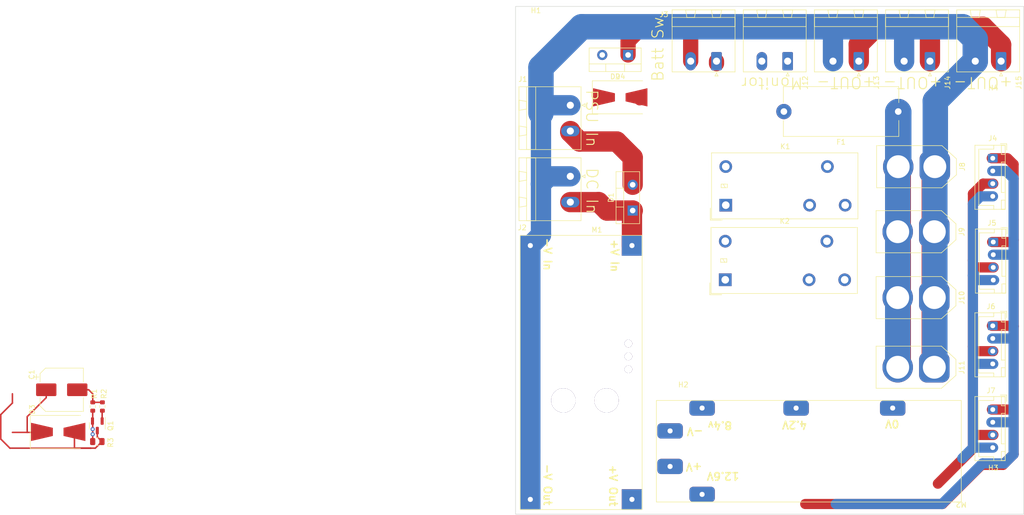
<source format=kicad_pcb>
(kicad_pcb (version 20211014) (generator pcbnew)
  (layers (0 "F.Cu" signal) (31 "B.Cu" signal) (34 "B.Paste" user) (35 "F.Paste" user) (36 "B.SilkS" user "B.Silkscreen") (37 "F.SilkS" user "F.Silkscreen") (38 "B.Mask" user) (39 "F.Mask" user) (44 "Edge.Cuts" user))
  (net 0 "")
  (net 1 "Net-(C1-Pad1)")
  (net 2 "Net-(C1-Pad2)")
  (net 3 "Net-(D1-Pad1)")
  (net 4 "Net-(D1-Pad2)")
  (net 5 "Net-(D2-Pad1)")
  (net 6 "Net-(D2-Pad2)")
  (net 7 "Net-(D3-Pad2)")
  (net 8 "GND")
  (net 9 "Net-(F1-Pad1)")
  (net 10 "Net-(F1-Pad2)")
  (net 11 "Net-(J4-Pad1)")
  (net 12 "Net-(J4-Pad2)")
  (net 13 "Net-(J4-Pad3)")
  (net 14 "Net-(J4-Pad4)")
  (net 15 "Net-(Q1-Pad1)")
  (net 16 "Net-(J15-Pad1)")
  (net 17 "Net-(J12-Pad2)")
  (net 18 "Net-(K1-Pad2)")
  (footprint "Connector_Phoenix_MSTB:PhoenixContact_MSTBA_2,5_2-G-5,08_1x02_P5.08mm_Horizontal" (layer "F.Cu") (at 69.7775 92.46 -90)
    (fp_text reference "J2" (at 10.109858 9.477134 180) (layer "F.SilkS"))
    (fp_text value "Conn_01x02")
    (pad "1" thru_hole roundrect (at 0 0 270) (size 2.08 3.6) (drill 1.4) (layers *.Cu *.Mask) (roundrect_rratio 0.120192) (net 8 "GND"))
    (pad "2" thru_hole oval (at 5.08 0 270) (size 2.08 3.6) (drill 1.4) (layers *.Cu *.Mask) (net 3 "Net-(D1-Pad1)"))
  )
  (footprint "Connector_AMASS:AMASS_XT60-M_1x02_P7.20mm_Vertical" (layer "F.Cu") (at 141.5 90.56002 180)
    (fp_text reference "J8" (at -5.4 0 90) (layer "F.SilkS"))
    (fp_text value "Conn_01x02" hide)
    (pad "1" thru_hole roundrect (at 0 0 180) (size 6 6) (drill 4.5) (layers *.Cu *.Mask) (net 8 "GND"))
    (pad "2" thru_hole circle (at 7.2 0 180) (size 6 6) (drill 4.5) (layers *.Cu *.Mask) (net 9 "Net-(F1-Pad1)"))
  )
  (footprint "MountingHole:MountingHole_3.2mm_M3" (layer "F.Cu") (at 63 64)
    (fp_text reference "H1" (at 0 -4.2) (layer "F.SilkS"))
    (fp_text value "MountingHole")
    (pad "" np_thru_hole circle (at 0 0) (size 3.2 3.2) (drill 3.2) (layers *.Cu *.Mask))
  )
  (footprint "BatteryBox:PSU_Module" (layer "F.Cu") (at 83.905 104.095 -90)
    (fp_text reference "M1" (at -1.095 8.905 unlocked) (layer "F.SilkS"))
    (fp_text value "Regulator_Module")
    (fp_text user "-V Out" (at 49.1 18.6 -90 unlocked) (layer "F.SilkS") (effects (font (size 1.5 1.5) (thickness 0.3))))
    (fp_text user "+V In" (at 4 5.4 -90 unlocked) (layer "F.SilkS") (effects (font (size 1.5 1.5) (thickness 0.3))))
    (fp_text user "-V In" (at 3.7 18.6 -90 unlocked) (layer "F.SilkS") (effects (font (size 1.5 1.5) (thickness 0.3))))
    (fp_text user "+V Out" (at 49.3 5.7 -90 unlocked) (layer "F.SilkS") (effects (font (size 1.5 1.5) (thickness 0.3))))
    (pad "1" thru_hole rect (at 2 2 270) (size 4 4) (drill 1) (layers *.Cu *.Mask) (net 3 "Net-(D1-Pad1)"))
    (pad "2" thru_hole rect (at 2 22 270) (size 4 4) (drill 1) (layers *.Cu *.Mask) (net 8 "GND"))
    (pad "3" thru_hole rect (at 52 2 270) (size 4 4) (drill 1) (layers *.Cu *.Mask) (net 6 "Net-(D2-Pad2)"))
    (pad "4" thru_hole rect (at 52 22 270) (size 4 4) (drill 1) (layers *.Cu *.Mask) (net 8 "GND"))
    (pad "5" thru_hole circle (at 21.3 2.7 270) (size 1.5 1.5) (drill 2) (layers *.Cu *.Mask))
    (pad "6" thru_hole circle (at 23.84 2.7 270) (size 1.5 1.5) (drill 2) (layers *.Cu *.Mask))
    (pad "7" thru_hole circle (at 26.38 2.7 270) (size 1.5 1.5) (drill 2) (layers *.Cu *.Mask))
    (pad "8" thru_hole circle (at 32.5 7 270) (size 4.8 4.8) (drill 5) (layers *.Cu *.Mask))
    (pad "9" thru_hole circle (at 32.5 15.5 270) (size 4.8 4.8) (drill 5) (layers *.Cu *.Mask))
  )
  (footprint "Connector_AMASS:AMASS_XT60-M_1x02_P7.20mm_Vertical" (layer "F.Cu") (at 141.4 116.347219 180)
    (fp_text reference "J10" (at -5.4 -0.025 90) (layer "F.SilkS"))
    (fp_text value "Conn_01x02" hide)
    (pad "1" thru_hole roundrect (at 0 0 180) (size 6 6) (drill 4.5) (layers *.Cu *.Mask) (net 8 "GND"))
    (pad "2" thru_hole circle (at 7.2 0 180) (size 6 6) (drill 4.5) (layers *.Cu *.Mask) (net 9 "Net-(F1-Pad1)"))
  )
  (footprint "MountingHole:MountingHole_3.2mm_M3" (layer "F.Cu") (at 153 79.239942)
    (fp_text reference "H4" (at 0 -4.2) (layer "F.SilkS"))
    (fp_text value "MountingHole")
    (pad "" np_thru_hole circle (at 0 0) (size 3.2 3.2) (drill 3.2) (layers *.Cu *.Mask))
  )
  (footprint "Connector_Phoenix_MSTB:PhoenixContact_MSTBA_2,5_2-G-5,08_1x02_P5.08mm_Horizontal" (layer "F.Cu") (at 126.54 69.7775 180)
    (fp_text reference "J13" (at -3.46 -4.2225 90) (layer "F.SilkS"))
    (fp_text value "Conn_01x02")
    (pad "1" thru_hole roundrect (at 0 0 180) (size 2.08 3.6) (drill 1.4) (layers *.Cu *.Mask) (roundrect_rratio 0.120192) (net 16 "Net-(J15-Pad1)"))
    (pad "2" thru_hole oval (at 5.08 0 180) (size 2.08 3.6) (drill 1.4) (layers *.Cu *.Mask) (net 8 "GND"))
  )
  (footprint "Capacitor_SMD:CP_Elec_8x6.5" (layer "F.Cu") (at -30.3 134.5)
    (fp_text reference "C1" (at -5.9 -3 90) (layer "F.SilkS"))
    (fp_text value "47uF 35V Electro")
    (pad "1" smd roundrect (at -3.05 0) (size 4 2.5) (layers "F.Cu" "F.Paste" "F.Mask") (roundrect_rratio 0.1) (net 1 "Net-(C1-Pad1)"))
    (pad "2" smd roundrect (at 3.05 0) (size 4 2.5) (layers "F.Cu" "F.Paste" "F.Mask") (roundrect_rratio 0.1) (net 2 "Net-(C1-Pad2)"))
  )
  (footprint "Resistor_SMD:R_0805_2012Metric" (layer "F.Cu") (at -23.3 144.7 180)
    (fp_text reference "R3" (at -2.6125 -0.2 90) (layer "F.SilkS"))
    (fp_text value "150R 0.25W" hide)
    (pad "1" smd roundrect (at -0.9125 0 180) (size 1.025 1.4) (layers "F.Cu" "F.Paste" "F.Mask") (roundrect_rratio 0.243902) (net 7 "Net-(D3-Pad2)"))
    (pad "2" smd roundrect (at 0.9125 0 180) (size 1.025 1.4) (layers "F.Cu" "F.Paste" "F.Mask") (roundrect_rratio 0.243902) (net 8 "GND"))
  )
  (footprint "BatteryBox:BMS_Module" (layer "F.Cu") (at 146.705 156.605 180)
    (fp_text reference "M2" (at 0 -0.5 180 unlocked) (layer "F.SilkS"))
    (fp_text value "BMS_Module")
    (fp_text user "0V" (at 13.6 15.4 180 unlocked) (layer "F.SilkS") (effects (font (size 1.5 1.5) (thickness 0.3))))
    (fp_text user "-V" (at 52.4 13.9 180 unlocked) (layer "F.SilkS") (effects (font (size 1.5 1.5) (thickness 0.3))))
    (fp_text user "12.6V" (at 46.9 5.1 180 unlocked) (layer "F.SilkS") (effects (font (size 1.5 1.5) (thickness 0.3))))
    (fp_text user "+V" (at 52.6 6.9 180 unlocked) (layer "F.SilkS") (effects (font (size 1.5 1.5) (thickness 0.3))))
    (fp_text user "4.2V" (at 32.8 15.2 180 unlocked) (layer "F.SilkS") (effects (font (size 1.5 1.5) (thickness 0.3))))
    (fp_text user "8.4v" (at 47.5 15.1 180 unlocked) (layer "F.SilkS") (effects (font (size 1.5 1.5) (thickness 0.3))))
    (pad "1" thru_hole roundrect (at 57.3 7 180) (size 5 3) (drill 1) (layers *.Cu *.Mask) (net 5 "Net-(D2-Pad1)"))
    (pad "2" thru_hole roundrect (at 57.3 14 180) (size 5 3) (drill 1) (layers *.Cu *.Mask) (net 8 "GND"))
    (pad "3" thru_hole roundrect (at 13.5 18.5) (size 5 3) (drill 1) (layers *.Cu *.Mask) (net 14 "Net-(J4-Pad4)"))
    (pad "4" thru_hole roundrect (at 32.5 18.5) (size 5 3) (drill 1) (layers *.Cu *.Mask) (net 13 "Net-(J4-Pad3)"))
    (pad "5" thru_hole roundrect (at 51 18.5) (size 5 3) (drill 1) (layers *.Cu *.Mask) (net 12 "Net-(J4-Pad2)"))
    (pad "6" thru_hole roundrect (at 51 1.5) (size 5 3) (drill 1) (layers *.Cu *.Mask) (net 11 "Net-(J4-Pad1)"))
  )
  (footprint "Diode_SMD:D_SMB-SMC_Universal_Handsoldering" (layer "F.Cu") (at 79.6 76.9)
    (fp_text reference "D4" (at 0 -4.1) (layer "F.SilkS"))
    (fp_text value "D_Schottky")
    (pad "1" smd trapezoid (at -3.2 0) (size 4.3 2.6) (rect_delta 1 0) (layers "F.Cu" "F.Paste" "F.Mask") (net 6 "Net-(D2-Pad2)"))
    (pad "2" smd trapezoid (at 3.2 0 180) (size 4.3 2.6) (rect_delta 1 0) (layers "F.Cu" "F.Paste" "F.Mask") (net 8 "GND"))
  )
  (footprint "Connector_AMASS:AMASS_XT60-M_1x02_P7.20mm_Vertical" (layer "F.Cu") (at 141.4 103.367095 180)
    (fp_text reference "J9" (at -5.4 -0.025 90) (layer "F.SilkS"))
    (fp_text value "Conn_01x02" hide)
    (pad "1" thru_hole roundrect (at 0 0 180) (size 6 6) (drill 4.5) (layers *.Cu *.Mask) (net 8 "GND"))
    (pad "2" thru_hole circle (at 7.2 0 180) (size 6 6) (drill 4.5) (layers *.Cu *.Mask) (net 9 "Net-(F1-Pad1)"))
  )
  (footprint "Resistor_SMD:R_0603_1608Metric" (layer "F.Cu") (at -22.3 137.8 -90)
    (fp_text reference "R2" (at -2.5 -0.3 90) (layer "F.SilkS"))
    (fp_text value "1K" hide)
    (pad "1" smd roundrect (at -0.825 0 270) (size 0.8 0.95) (layers "F.Cu" "F.Paste" "F.Mask") (net 2 "Net-(C1-Pad2)"))
    (pad "2" smd roundrect (at 0.825 0 270) (size 0.8 0.95) (layers "F.Cu" "F.Paste" "F.Mask") (net 15 "Net-(Q1-Pad1)"))
  )
  (footprint "Connector_AMASS:AMASS_XT60-M_1x02_P7.20mm_Vertical" (layer "F.Cu") (at 141.4 130.067095 180)
    (fp_text reference "J11" (at -5.4 -0.025 90) (layer "F.SilkS"))
    (fp_text value "Conn_01x02" hide)
    (pad "1" thru_hole roundrect (at 0 0 180) (size 6 6) (drill 4.5) (layers *.Cu *.Mask) (net 8 "GND"))
    (pad "2" thru_hole circle (at 7.2 0 180) (size 6 6) (drill 4.5) (layers *.Cu *.Mask) (net 9 "Net-(F1-Pad1)"))
  )
  (footprint "Fuse:Fuseholder_Cylinder-5x20mm_Schurter_0031_8201_Horizontal_Open" (layer "F.Cu") (at 134.3 79.7 180)
    (fp_text reference "F1" (at 11.25 -6) (layer "F.SilkS"))
    (fp_text value "10A")
    (pad "" np_thru_hole circle (at 11.25 0 180) (size 2.7 2.7) (drill 2.7) (layers *.Cu *.Mask))
    (pad "1" thru_hole circle (at 0 0 180) (size 3 3) (drill 1.3) (layers *.Cu *.Mask) (net 9 "Net-(F1-Pad1)"))
    (pad "2" thru_hole circle (at 22.5 0 180) (size 3 3) (drill 1.3) (layers *.Cu *.Mask) (net 10 "Net-(F1-Pad2)"))
  )
  (footprint "Diode_SMD:D_SMB-SMC_Universal_Handsoldering" (layer "F.Cu") (at -31 142.8)
    (fp_text reference "D3" (at -5.1 -4.4 90) (layer "F.SilkS"))
    (fp_text value "D_Schottky")
    (pad "1" smd trapezoid (at -3.2 0) (size 4.3 2.6) (rect_delta 1 0) (layers "F.Cu" "F.Paste" "F.Mask") (net 1 "Net-(C1-Pad1)"))
    (pad "2" smd trapezoid (at 3.2 0 180) (size 4.3 2.6) (rect_delta 1 0) (layers "F.Cu" "F.Paste" "F.Mask") (net 7 "Net-(D3-Pad2)"))
  )
  (footprint "Package_TO_SOT_SMD:SOT-23" (layer "F.Cu") (at -23.3 141.6 -90)
    (fp_text reference "Q1" (at 0 -2.6 90) (layer "F.SilkS"))
    (fp_text value "BC817" hide)
    (pad "1" smd roundrect (at -0.9375 -0.95 270) (size 1.475 0.6) (layers "F.Cu" "F.Paste" "F.Mask") (net 15 "Net-(Q1-Pad1)"))
    (pad "2" smd roundrect (at -0.9375 0.95 270) (size 1.475 0.6) (layers "F.Cu" "F.Paste" "F.Mask") (net 8 "GND"))
    (pad "3" smd roundrect (at 0.9375 0 270) (size 1.475 0.6) (layers "F.Cu" "F.Paste" "F.Mask") (net 7 "Net-(D3-Pad2)"))
  )
  (footprint "Connector_JST:JST_XH_B4B-XH-A_1x04_P2.50mm_Vertical" (layer "F.Cu") (at 152.9 138.4 -90)
    (fp_text reference "J7" (at -3.734069 0.353696 180) (layer "F.SilkS"))
    (fp_text value "Conn_01x04" hide)
    (pad "1" thru_hole roundrect (at 0 0 270) (size 1.7 1.95) (drill 0.95) (layers *.Cu *.Mask) (roundrect_rratio 0.147059) (net 11 "Net-(J4-Pad1)"))
    (pad "2" thru_hole oval (at 2.5 0 270) (size 1.7 1.95) (drill 0.95) (layers *.Cu *.Mask) (net 12 "Net-(J4-Pad2)"))
    (pad "3" thru_hole oval (at 5 0 270) (size 1.7 1.95) (drill 0.95) (layers *.Cu *.Mask) (net 13 "Net-(J4-Pad3)"))
    (pad "4" thru_hole oval (at 7.5 0 270) (size 1.7 1.95) (drill 0.95) (layers *.Cu *.Mask) (net 14 "Net-(J4-Pad4)"))
  )
  (footprint "Connector_Phoenix_MSTB:PhoenixContact_MSTBA_2,5_2-G-5,08_1x02_P5.08mm_Horizontal" (layer "F.Cu") (at 154.54 69.7775 180)
    (fp_text reference "J15" (at -3.46 -4.2225 90) (layer "F.SilkS"))
    (fp_text value "Conn_01x02")
    (pad "1" thru_hole roundrect (at 0 0 180) (size 2.08 3.6) (drill 1.4) (layers *.Cu *.Mask) (roundrect_rratio 0.120192) (net 16 "Net-(J15-Pad1)"))
    (pad "2" thru_hole oval (at 5.08 0 180) (size 2.08 3.6) (drill 1.4) (layers *.Cu *.Mask) (net 8 "GND"))
  )
  (footprint "Connector_Phoenix_MSTB:PhoenixContact_MSTBA_2,5_2-G-5,08_1x02_P5.08mm_Horizontal" (layer "F.Cu") (at 112.54 69.7775 180)
    (fp_text reference "J12" (at -3.46 -4.2225 90) (layer "F.SilkS"))
    (fp_text value "Conn_01x02")
    (pad "1" thru_hole roundrect (at 0 0 180) (size 2.08 3.6) (drill 1.4) (layers *.Cu *.Mask) (roundrect_rratio 0.120192) (net 10 "Net-(F1-Pad2)"))
    (pad "2" thru_hole oval (at 5.08 0 180) (size 2.08 3.6) (drill 1.4) (layers *.Cu *.Mask) (net 17 "Net-(J12-Pad2)"))
  )
  (footprint "MountingHole:MountingHole_3.2mm_M3" (layer "F.Cu") (at 88.5 129.9)
    (fp_text reference "H2" (at 3.5 3.6) (layer "F.SilkS"))
    (fp_text value "MountingHole")
    (pad "" np_thru_hole circle (at 0 0) (size 3.2 3.2) (drill 3.2) (layers *.Cu *.Mask))
  )
  (footprint "Connector_JST:JST_XH_B4B-XH-A_1x04_P2.50mm_Vertical" (layer "F.Cu") (at 153 105.4 -90)
    (fp_text reference "J5" (at -3.741076 0.26214 180) (layer "F.SilkS"))
    (fp_text value "Conn_01x04" hide)
    (pad "1" thru_hole roundrect (at 0 0 270) (size 1.7 1.95) (drill 0.95) (layers *.Cu *.Mask) (roundrect_rratio 0.147059) (net 11 "Net-(J4-Pad1)"))
    (pad "2" thru_hole oval (at 2.5 0 270) (size 1.7 1.95) (drill 0.95) (layers *.Cu *.Mask) (net 12 "Net-(J4-Pad2)"))
    (pad "3" thru_hole oval (at 5 0 270) (size 1.7 1.95) (drill 0.95) (layers *.Cu *.Mask) (net 13 "Net-(J4-Pad3)"))
    (pad "4" thru_hole oval (at 7.5 0 270) (size 1.7 1.95) (drill 0.95) (layers *.Cu *.Mask) (net 14 "Net-(J4-Pad4)"))
  )
  (footprint "Connector_Phoenix_MSTB:PhoenixContact_MSTBA_2,5_2-G-5,08_1x02_P5.08mm_Horizontal" (layer "F.Cu") (at 69.7775 78.46 -90)
    (fp_text reference "J1" (at -5.136377 9.346254) (layer "F.SilkS"))
    (fp_text value "Conn_01x02")
    (pad "1" thru_hole roundrect (at 0 0 270) (size 2.08 3.6) (drill 1.4) (layers *.Cu *.Mask) (roundrect_rratio 0.120192) (net 8 "GND"))
    (pad "2" thru_hole oval (at 5.08 0 270) (size 2.08 3.6) (drill 1.4) (layers *.Cu *.Mask) (net 4 "Net-(D1-Pad2)"))
  )
  (footprint "MountingHole:MountingHole_3.2mm_M3" (layer "F.Cu") (at 153 154.1)
    (fp_text reference "H3" (at 0 -4.2) (layer "F.SilkS"))
    (fp_text value "MountingHole")
    (pad "" np_thru_hole circle (at 0 0) (size 3.2 3.2) (drill 3.2) (layers *.Cu *.Mask))
  )
  (footprint "Relay_THT:Relay_SPDT_Panasonic_JW1_FormC" (layer "F.Cu") (at 100.3625 98.1375)
    (fp_text reference "K1" (at 11.7 -11.55) (layer "F.SilkS"))
    (fp_text value "SANYOU_SRD_Form_C")
    (pad "1" thru_hole rect (at 0 0 90) (size 2.5 2.5) (drill 1.5) (layers *.Cu *.Mask) (net 8 "GND"))
    (pad "2" thru_hole oval (at 16.5 0 90) (size 2.5 2.5) (drill 1.5) (layers *.Cu *.Mask) (net 18 "Net-(K1-Pad2)"))
    (pad "4" thru_hole oval (at 23.5 0 90) (size 2.5 2.5) (drill 1.5) (layers *.Cu *.Mask) (net 6 "Net-(D2-Pad2)"))
    (pad "6" thru_hole oval (at 20 -7.6 90) (size 2.5 2.5) (drill 1.5) (layers *.Cu *.Mask) (net 16 "Net-(J15-Pad1)"))
    (pad "8" thru_hole oval (at 0 -7.6 90) (size 2.5 2.5) (drill 1.5) (layers *.Cu *.Mask) (net 6 "Net-(D2-Pad2)"))
  )
  (footprint "Connector_Phoenix_MSTB:PhoenixContact_MSTBA_2,5_2-G-5,08_1x02_P5.08mm_Horizontal" (layer "F.Cu") (at 140.54 69.7775 180)
    (fp_text reference "J14" (at -3.46 -4.2225 90) (layer "F.SilkS"))
    (fp_text value "Conn_01x02")
    (pad "1" thru_hole roundrect (at 0 0 180) (size 2.08 3.6) (drill 1.4) (layers *.Cu *.Mask) (roundrect_rratio 0.120192) (net 16 "Net-(J15-Pad1)"))
    (pad "2" thru_hole oval (at 5.08 0 180) (size 2.08 3.6) (drill 1.4) (layers *.Cu *.Mask) (net 8 "GND"))
  )
  (footprint "Resistor_SMD:R_0603_1608Metric" (layer "F.Cu") (at -24.2 137.8 90)
    (fp_text reference "R1" (at 2.5 0.3 90) (layer "F.SilkS"))
    (fp_text value "2K2" hide)
    (pad "1" smd roundrect (at -0.825 0 90) (size 0.8 0.95) (layers "F.Cu" "F.Paste" "F.Mask") (net 8 "GND"))
    (pad "2" smd roundrect (at 0.825 0 90) (size 0.8 0.95) (layers "F.Cu" "F.Paste" "F.Mask") (net 2 "Net-(C1-Pad2)"))
  )
  (footprint "Connector_JST:JST_XH_B4B-XH-A_1x04_P2.50mm_Vertical" (layer "F.Cu") (at 152.9 88.9 -90)
    (fp_text reference "J4" (at -3.914589 -0.00072 180) (layer "F.SilkS"))
    (fp_text value "Conn_01x04" hide)
    (pad "1" thru_hole roundrect (at 0 0 270) (size 1.7 1.95) (drill 0.95) (layers *.Cu *.Mask) (roundrect_rratio 0.147059) (net 11 "Net-(J4-Pad1)"))
    (pad "2" thru_hole oval (at 2.5 0 270) (size 1.7 1.95) (drill 0.95) (layers *.Cu *.Mask) (net 12 "Net-(J4-Pad2)"))
    (pad "3" thru_hole oval (at 5 0 270) (size 1.7 1.95) (drill 0.95) (layers *.Cu *.Mask) (net 13 "Net-(J4-Pad3)"))
    (pad "4" thru_hole oval (at 7.5 0 270) (size 1.7 1.95) (drill 0.95) (layers *.Cu *.Mask) (net 14 "Net-(J4-Pad4)"))
  )
  (footprint "Connector_JST:JST_XH_B4B-XH-A_1x04_P2.50mm_Vertical" (layer "F.Cu") (at 152.9 121.9 -90)
    (fp_text reference "J6" (at -3.794242 0.353696 180) (layer "F.SilkS"))
    (fp_text value "Conn_01x04" hide)
    (pad "1" thru_hole roundrect (at 0 0 270) (size 1.7 1.95) (drill 0.95) (layers *.Cu *.Mask) (roundrect_rratio 0.147059) (net 11 "Net-(J4-Pad1)"))
    (pad "2" thru_hole oval (at 2.5 0 270) (size 1.7 1.95) (drill 0.95) (layers *.Cu *.Mask) (net 12 "Net-(J4-Pad2)"))
    (pad "3" thru_hole oval (at 5 0 270) (size 1.7 1.95) (drill 0.95) (layers *.Cu *.Mask) (net 13 "Net-(J4-Pad3)"))
    (pad "4" thru_hole oval (at 7.5 0 270) (size 1.7 1.95) (drill 0.95) (layers *.Cu *.Mask) (net 14 "Net-(J4-Pad4)"))
  )
  (footprint "Package_TO_SOT_THT:TO-220-2_Vertical" (layer "F.Cu") (at 81.14 68.555 180)
    (fp_text reference "D2" (at 2.54 -4.27) (layer "F.SilkS"))
    (fp_text value "D_Schottky")
    (pad "1" thru_hole rect (at 0 0 180) (size 2 2) (drill 1.1) (layers *.Cu *.Mask) (net 5 "Net-(D2-Pad1)"))
    (pad "2" thru_hole oval (at 5.08 0 180) (size 2 2) (drill 1.1) (layers *.Cu *.Mask) (net 6 "Net-(D2-Pad2)"))
  )
  (footprint "Package_TO_SOT_THT:TO-220-2_Vertical" (layer "F.Cu") (at 82.045 99.2 90)
    (fp_text reference "D1" (at 2.54 -4.27 90) (layer "F.SilkS"))
    (fp_text value "D_Schottky")
    (pad "1" thru_hole rect (at 0 0 90) (size 2 2) (drill 1.1) (layers *.Cu *.Mask) (net 3 "Net-(D1-Pad1)"))
    (pad "2" thru_hole oval (at 5.08 0 90) (size 2 2) (drill 1.1) (layers *.Cu *.Mask) (net 4 "Net-(D1-Pad2)"))
  )
  (footprint "Connector_Phoenix_MSTB:PhoenixContact_MSTBA_2,5_2-G-5,08_1x02_P5.08mm_Horizontal" (layer "F.Cu") (at 98.54 69.7775 180)
    (fp_text reference "J3" (at 10.341152 9.205025) (layer "F.SilkS"))
    (fp_text value "Conn_01x02")
    (pad "1" thru_hole roundrect (at 0 0 180) (size 2.08 3.6) (drill 1.4) (layers *.Cu *.Mask) (roundrect_rratio 0.120192) (net 1 "Net-(C1-Pad1)"))
    (pad "2" thru_hole oval (at 5.08 0 180) (size 2.08 3.6) (drill 1.4) (layers *.Cu *.Mask) (net 5 "Net-(D2-Pad1)"))
  )
  (footprint "Relay_THT:Relay_SPDT_Panasonic_JW1_FormC" (layer "F.Cu") (at 100.2625 112.8375)
    (fp_text reference "K2" (at 11.7 -11.55) (layer "F.SilkS"))
    (fp_text value "SANYOU_SRD_Form_C")
    (pad "1" thru_hole rect (at 0 0 90) (size 2.5 2.5) (drill 1.5) (layers *.Cu *.Mask) (net 7 "Net-(D3-Pad2)"))
    (pad "2" thru_hole oval (at 16.5 0 90) (size 2.5 2.5) (drill 1.5) (layers *.Cu *.Mask))
    (pad "4" thru_hole oval (at 23.5 0 90) (size 2.5 2.5) (drill 1.5) (layers *.Cu *.Mask) (net 18 "Net-(K1-Pad2)"))
    (pad "6" thru_hole oval (at 20 -7.6 90) (size 2.5 2.5) (drill 1.5) (layers *.Cu *.Mask) (net 17 "Net-(J12-Pad2)"))
    (pad "8" thru_hole oval (at 0 -7.6 90) (size 2.5 2.5) (drill 1.5) (layers *.Cu *.Mask) (net 1 "Net-(C1-Pad1)"))
  )
  (gr_rect (start 59 59) (end 159 159) (layer "Edge.Cuts") (width 0.1) (fill none))
  (gr_text "DC In" (at 74.039897 95.324566 270) (layer "F.SilkS") (effects (font (size 2.2 2.2) (thickness 0.2))))
  (gr_text "+OUT-" (at 124.05 74 180) (layer "F.SilkS") (effects (font (size 2.2 2.2) (thickness 0.2))))
  (gr_text "PSU In" (at 73.99058 81.037676 270) (layer "F.SilkS") (effects (font (size 2.2 2.2) (thickness 0.2))))
  (gr_text "+OUT-" (at 137.155029 74 180) (layer "F.SilkS") (effects (font (size 2.2 2.2) (thickness 0.2))))
  (gr_text "Batt Sw." (at 87 66.9 90) (layer "F.SilkS") (effects (font (size 2.2 2.2) (thickness 0.2))))
  (gr_text "+OUT-" (at 151 74 180) (layer "F.SilkS") (effects (font (size 2.2 2.2) (thickness 0.2))))
  (gr_text "Monitor" (at 109.45603 74.102447 180) (layer "F.SilkS") (effects (font (size 2.2 2.2) (thickness 0.2))))
  (segment (start -37.097037 142.897037) (end -40.005154 142.897037) (width 0.3) (layer "F.Cu") (net 1))
  (segment (start -34.2 142.8) (end -34.297037 142.897037) (width 0.3) (layer "F.Cu") (net 1))
  (segment (start -37.097037 142.897037) (end -37.097037 139.797037) (width 0.3) (layer "F.Cu") (net 1))
  (segment (start -33.35 136.05) (end -33.35 134.5) (width 0.3) (layer "F.Cu") (net 1))
  (segment (start -37.097037 139.797037) (end -33.35 136.05) (width 0.3) (layer "F.Cu") (net 1))
  (segment (start -34.297037 142.897037) (end -37.097037 142.897037) (width 0.3) (layer "F.Cu") (net 1))
  (segment (start 98.54 69.7775) (end 98.54 70.26) (width 3) (layer "F.Cu") (net 1))
  (segment (start -24.2 136.975) (end -24.2 135.3) (width 0.3) (layer "F.Cu") (net 2))
  (segment (start -24.2 135.3) (end -25 134.5) (width 0.3) (layer "F.Cu") (net 2))
  (segment (start -25 134.5) (end -27.25 134.5) (width 0.3) (layer "F.Cu") (net 2))
  (segment (start -22.3 136.975) (end -24.2 136.975) (width 0.3) (layer "F.Cu") (net 2))
  (segment (start 69.7775 97.54) (end 75.34 97.54) (width 4) (layer "F.Cu") (net 3))
  (segment (start 75.34 97.54) (end 77 99.2) (width 4) (layer "F.Cu") (net 3))
  (segment (start 81.905 99.34) (end 81.905 106.095) (width 4) (layer "F.Cu") (net 3))
  (segment (start 82.045 99.2) (end 81.905 99.34) (width 4) (layer "F.Cu") (net 3))
  (segment (start 77 99.2) (end 82.045 99.2) (width 4) (layer "F.Cu") (net 3))
  (segment (start 69.7775 83.54) (end 69.7775 83.7775) (width 4) (layer "F.Cu") (net 4))
  (segment (start 71.6 85.6) (end 78.9 85.6) (width 4) (layer "F.Cu") (net 4))
  (segment (start 82.045 88.745) (end 82.045 94.12) (width 4) (layer "F.Cu") (net 4))
  (segment (start 78.9 85.6) (end 82.045 88.745) (width 4) (layer "F.Cu") (net 4))
  (segment (start 69.7775 83.7775) (end 71.6 85.6) (width 4) (layer "F.Cu") (net 4))
  (segment (start 93.46 63.74) (end 93.9 63.3) (width 3) (layer "F.Cu") (net 5))
  (segment (start 81.14 65.86) (end 81.14 68.555) (width 3) (layer "F.Cu") (net 5))
  (segment (start 93.46 69.7775) (end 93.46 63.74) (width 3) (layer "F.Cu") (net 5))
  (segment (start 83.7 63.3) (end 81.14 65.86) (width 3) (layer "F.Cu") (net 5))
  (segment (start 93.9 63.3) (end 83.7 63.3) (width 3) (layer "F.Cu") (net 5))
  (segment (start -42.3 144.2) (end -42.3 139.4) (width 0.3) (layer "F.Cu") (net 7))
  (segment (start -24.6 146) (end -27.8 146) (width 0.3) (layer "F.Cu") (net 7))
  (segment (start -22.3875 144.7) (end -23.6875 146) (width 0.3) (layer "F.Cu") (net 7))
  (segment (start -42.3 139.4) (end -40.005154 137.105154) (width 0.3) (layer "F.Cu") (net 7))
  (segment (start -23.3 142.5375) (end -23.3 143.7875) (width 0.3) (layer "F.Cu") (net 7))
  (segment (start -23.3 143.7875) (end -22.3875 144.7) (width 0.3) (layer "F.Cu") (net 7))
  (segment (start -24.6 146) (end -40.5 146) (width 0.3) (layer "F.Cu") (net 7))
  (segment (start -23.6875 146) (end -24.6 146) (width 0.3) (layer "F.Cu") (net 7))
  (segment (start -40.005154 137.105154) (end -40.005154 135.297037) (width 0.3) (layer "F.Cu") (net 7))
  (segment (start -40.5 146) (end -42.3 144.2) (width 0.3) (layer "F.Cu") (net 7))
  (segment (start -27.8 146) (end -27.8 142.8) (width 0.3) (layer "F.Cu") (net 7))
  (segment (start -24.2125 142.264691) (end -24.2125 138.6375) (width 0.3) (layer "F.Cu") (net 8))
  (segment (start 141.4 90.867095) (end 141.6 90.667095) (width 5) (layer "F.Cu") (net 8))
  (segment (start -24.2125 144.7) (end -24.2125 143.264691) (width 0.3) (layer "F.Cu") (net 8))
  (segment (start 141.4 130.067095) (end 141.4 90.867095) (width 5) (layer "F.Cu") (net 8))
  (segment (start -24.2125 143.264691) (end -24.2125 142.264691) (width 0.3) (layer "F.Cu") (net 8))
  (segment (start 83.4 77.5) (end 82.8 76.9) (width 2) (layer "F.Cu") (net 8))
  (segment (start -24.2125 138.6375) (end -24.2 138.625) (width 0.3) (layer "F.Cu") (net 8))
  (via (at -24.2125 143.264691) (size 0.8) (drill 0.4) (layers "F.Cu" "B.Cu") (net 8))
  (via (at -24.2125 142.264691) (size 0.8) (drill 0.4) (layers "F.Cu" "B.Cu") (net 8))
  (segment (start 61.905 150.905) (end 61.905 156.095) (width 4) (layer "B.Cu") (net 8))
  (segment (start 72 63) (end 64 71) (width 5) (layer "B.Cu") (net 8))
  (segment (start 61.930154 146.630154) (end 61.905 146.605) (width 0.3) (layer "B.Cu") (net 8))
  (segment (start 141.6 77.6375) (end 149.46 69.7775) (width 5) (layer "B.Cu") (net 8))
  (segment (start 121.46 63.54) (end 122 63) (width 4) (layer "B.Cu") (net 8))
  (segment (start 121.46 69.7775) (end 121.46 63.54) (width 4) (layer "B.Cu") (net 8))
  (segment (start 141.5 130.267095) (end 141.5 91.067095) (width 5) (layer "B.Cu") (net 8))
  (segment (start 147 63) (end 137 63) (width 5) (layer "B.Cu") (net 8))
  (segment (start 61.905 106.095) (end 61.905 146.605) (width 4) (layer "B.Cu") (net 8))
  (segment (start 64 104) (end 61.905 106.095) (width 4) (layer "B.Cu") (net 8))
  (segment (start 64 94) (end 64 104) (width 4) (layer "B.Cu") (net 8))
  (segment (start 69.7775 78.46) (end 65.54 78.46) (width 4) (layer "B.Cu") (net 8))
  (segment (start 135.46 69.7775) (end 135.46 64.54) (width 4) (layer "B.Cu") (net 8))
  (segment (start 135.46 64.54) (end 137 63) (width 4) (layer "B.Cu") (net 8))
  (segment (start 141.4 90.867095) (end 141.6 90.667095) (width 5) (layer "B.Cu") (net 8))
  (segment (start 69.7775 92.46) (end 65.54 92.46) (width 4) (layer "B.Cu") (net 8))
  (segment (start 149.46 69.7775) (end 149.46 65.46) (width 5) (layer "B.Cu") (net 8))
  (segment (start 64 71) (end 64 80) (width 5) (layer "B.Cu") (net 8))
  (segment (start 149.46 65.46) (end 147 63) (width 5) (layer "B.Cu") (net 8))
  (segment (start 122 63) (end 72 63) (width 5) (layer "B.Cu") (net 8))
  (segment (start 61.905 146.605) (end 61.905 150.905) (width 4) (layer "B.Cu") (net 8))
  (segment (start 64 80) (end 64 94) (width 4) (layer "B.Cu") (net 8))
  (segment (start 65.54 78.46) (end 64 80) (width 4) (layer "B.Cu") (net 8))
  (segment (start 141.6 89.4) (end 141.6 77.6375) (width 5) (layer "B.Cu") (net 8))
  (segment (start 65.54 92.46) (end 64 94) (width 4) (layer "B.Cu") (net 8))
  (segment (start 137 63) (end 122 63) (width 5) (layer "B.Cu") (net 8))
  (segment (start 134.3 129.967095) (end 134.3 79.7) (width 5) (layer "F.Cu") (net 9))
  (segment (start 134.2 90.867095) (end 134.4 90.667095) (width 5) (layer "F.Cu") (net 9))
  (segment (start 134.2 79.8) (end 134.3 79.7) (width 5) (layer "B.Cu") (net 9))
  (segment (start 134.4 79.8) (end 134.4 90.667095) (width 5) (layer "B.Cu") (net 9))
  (segment (start 134.3 79.7) (end 134.4 79.8) (width 5) (layer "B.Cu") (net 9))
  (segment (start 134.2 130.067095) (end 134.2 79.8) (width 5) (layer "B.Cu") (net 9))
  (segment (start 157 147.2) (end 154.9 149.3) (width 2) (layer "F.Cu") (net 11))
  (segment (start 154.9 149.3) (end 150.7 149.3) (width 2) (layer "F.Cu") (net 11))
  (segment (start 152.726968 138.4) (end 156.473032 138.4) (width 2) (layer "F.Cu") (net 11))
  (segment (start 143 157) (end 116 157) (width 2) (layer "F.Cu") (net 11))
  (segment (start 152.7 88.9) (end 155.7 88.9) (width 2) (layer "F.Cu") (net 11))
  (segment (start 156.75 122.25) (end 157 122) (width 2) (layer "F.Cu") (net 11))
  (segment (start 157 122) (end 157 147.2) (width 2) (layer "F.Cu") (net 11))
  (segment (start 152.726968 121.9) (end 156.473032 121.9) (width 2) (layer "F.Cu") (net 11))
  (segment (start 157 90.1) (end 157 105) (width 2) (layer "F.Cu") (net 11))
  (segment (start 155.8 88.9) (end 157 90.1) (width 2) (layer "F.Cu") (net 11))
  (segment (start 150.7 149.3) (end 143 157) (width 2) (layer "F.Cu") (net 11))
  (segment (start 152.775 105.4) (end 156.025 105.4) (width 2) (layer "F.Cu") (net 11))
  (segment (start 157 105) (end 157 122) (width 2) (layer "F.Cu") (net 11))
  (segment (start 152.8 91.4) (end 155.3 91.4) (width 2) (layer "B.Cu") (net 12))
  (segment (start 155.2 149) (end 150.9 149) (width 2) (layer "B.Cu") (net 12))
  (segment (start 142.9 157) (end 122 157) (width 2) (layer "B.Cu") (net 12))
  (segment (start 152.626968 140.9) (end 156.373032 140.9) (width 2) (layer "B.Cu") (net 12))
  (segment (start 157 92.9) (end 157 147.2) (width 2) (layer "B.Cu") (net 12))
  (segment (start 150.9 149) (end 142.9 157) (width 2) (layer "B.Cu") (net 12))
  (segment (start 152.776968 124.4) (end 156.023032 124.4) (width 2) (layer "B.Cu") (net 12))
  (segment (start 152.925 107.9) (end 156.675 107.9) (width 2) (layer "B.Cu") (net 12))
  (segment (start 157 147.2) (end 155.2 149) (width 2) (layer "B.Cu") (net 12))
  (segment (start 155.5 91.4) (end 157 92.9) (width 2) (layer "B.Cu") (net 12))
  (segment (start 149 95.9) (end 149 109) (width 2) (layer "F.Cu") (net 13))
  (segment (start 153.026968 143.4) (end 149.773032 143.4) (width 2) (layer "F.Cu") (net 13))
  (segment (start 153.075 110.4) (end 149.325 110.4) (width 2) (layer "F.Cu") (net 13))
  (segment (start 149 146) (end 149 146.1) (width 2) (layer "F.Cu") (net 13))
  (segment (start 153 93.9) (end 151 93.9) (width 2) (layer "F.Cu") (net 13))
  (segment (start 149 146.1) (end 142.1 153) (width 2) (layer "F.Cu") (net 13))
  (segment (start 149 126) (end 149 146) (width 2) (layer "F.Cu") (net 13))
  (segment (start 153 126.9) (end 150.246064 126.9) (width 2) (layer "F.Cu") (net 13))
  (segment (start 149 109) (end 149 126) (width 2) (layer "F.Cu") (net 13))
  (segment (start 151 93.9) (end 149 95.9) (width 2) (layer "F.Cu") (net 13))
  (segment (start 149 97.9) (end 149 112) (width 2) (layer "B.Cu") (net 14))
  (segment (start 149 145.9) (end 146.9 148) (width 2) (layer "B.Cu") (net 14))
  (segment (start 152.976968 145.9) (end 149.223032 145.9) (width 2) (layer "B.Cu") (net 14))
  (segment (start 153.175 112.9) (end 149.425 112.9) (width 2) (layer "B.Cu") (net 14))
  (segment (start 153.003936 129.4) (end 149.75 129.4) (width 2) (layer "B.Cu") (net 14))
  (segment (start 149 112) (end 149 145.9) (width 2) (layer "B.Cu") (net 14))
  (segment (start 150.5 96.4) (end 149 97.9) (width 2) (layer "B.Cu") (net 14))
  (segment (start 152.95 96.4) (end 150.45 96.4) (width 2) (layer "B.Cu") (net 14))
  (segment (start 149.25 111.75) (end 149 112) (width 2) (layer "B.Cu") (net 14))
  (segment (start -22.35 138.675) (end -22.3 138.625) (width 0.3) (layer "F.Cu") (net 15))
  (segment (start -22.35 140.6625) (end -22.35 138.675) (width 0.3) (layer "F.Cu") (net 15))
  (segment (start 141 63) (end 130 63) (width 4) (layer "F.Cu") (net 16))
  (segment (start 151 63) (end 141 63) (width 4) (layer "F.Cu") (net 16))
  (segment (start 126.54 66.46) (end 126.54 69.7775) (width 4) (layer "F.Cu") (net 16))
  (segment (start 130 63) (end 126.54 66.46) (width 4) (layer "F.Cu") (net 16))
  (segment (start 140.54 69.7775) (end 140.54 63.46) (width 4) (layer "F.Cu") (net 16))
  (segment (start 154.54 66.54) (end 151 63) (width 4) (layer "F.Cu") (net 16))
  (segment (start 154.54 69.7775) (end 154.54 66.54) (width 4) (layer "F.Cu") (net 16))
  (segment (start 140.54 63.46) (end 141 63) (width 4) (layer "F.Cu") (net 16))
)
</source>
